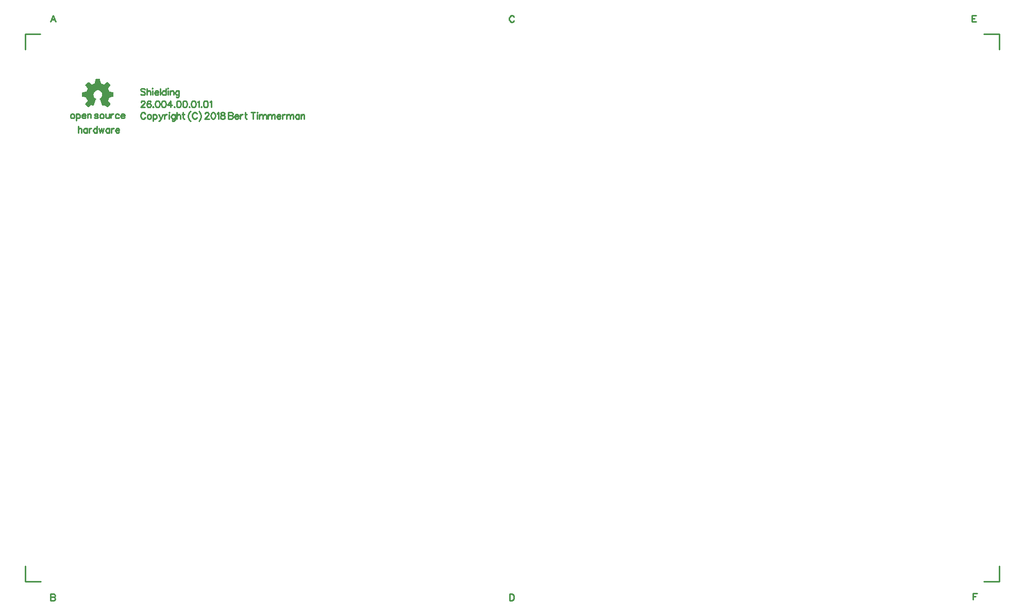
<source format=gto>
G04 start of page 8 for group -4079 idx -4079 *
G04 Title: 26.004.00.01.01.pcb, topsilk *
G04 Creator: pcb 4.1.2 *
G04 CreationDate: Fri Aug 10 20:06:23 2018 UTC *
G04 For: bert *
G04 Format: Gerber/RS-274X *
G04 PCB-Dimensions (mil): 6692.91 3937.01 *
G04 PCB-Coordinate-Origin: lower left *
%MOIN*%
%FSLAX25Y25*%
%LNGTO*%
%ADD24C,0.0098*%
%ADD23C,0.0100*%
%ADD22C,0.0001*%
G54D22*G36*
X65414Y344981D02*X67991D01*
X68074Y344949D01*
X68121Y344873D01*
X68170Y344634D01*
X68214Y344412D01*
X68605Y342280D01*
X68652Y342192D01*
X68735Y342134D01*
X68838Y342090D01*
X69628Y341819D01*
X70378Y341461D01*
X70384D01*
X70471Y341423D01*
X70568Y341409D01*
X70666Y341440D01*
X72439Y342659D01*
X72630Y342784D01*
X72831Y342920D01*
X72917Y342945D01*
X72999Y342909D01*
X73330Y342579D01*
X73834Y342079D01*
X73992Y341916D01*
X74491Y341418D01*
X74653Y341261D01*
X74821Y341087D01*
X74860Y341002D01*
X74838Y340913D01*
X74702Y340712D01*
X74573Y340522D01*
X73384Y338786D01*
X73352Y338694D01*
X73367Y338597D01*
X73412Y338498D01*
X74095Y336892D01*
X74132Y336801D01*
X74195Y336723D01*
X74285Y336676D01*
X76324Y336295D01*
X76548Y336252D01*
X76791Y336209D01*
X76866Y336162D01*
X76895Y336079D01*
Y333502D01*
X76866Y333413D01*
X76791Y333366D01*
X76548Y333323D01*
X76324Y333280D01*
X74345Y332911D01*
X74257Y332863D01*
X74203Y332780D01*
X74175Y332720D01*
Y332709D01*
X73460Y330936D01*
X73455Y330924D01*
X73438Y330881D01*
X73421Y330780D01*
X73449Y330686D01*
X74578Y329054D01*
X74702Y328863D01*
X74843Y328662D01*
X74862Y328576D01*
X74821Y328494D01*
X74653Y328315D01*
X74491Y328158D01*
X73173Y326840D01*
X72999Y326672D01*
X72917Y326631D01*
X72831Y326649D01*
X72630Y326791D01*
X72439Y326915D01*
X70845Y328012D01*
X70746Y328041D01*
X70649Y328022D01*
X70318Y327838D01*
X70124Y327729D01*
X69777Y327551D01*
X69692Y327545D01*
X69630Y327605D01*
X69484Y327962D01*
X69396Y328169D01*
X68013Y331527D01*
X67925Y331733D01*
X67828Y331966D01*
X67824Y332061D01*
X67877Y332134D01*
X68100Y332265D01*
X68241Y332373D01*
X68777Y332819D01*
X69192Y333383D01*
X69459Y334042D01*
X69553Y334772D01*
X69495Y335347D01*
X69330Y335881D01*
X69067Y336366D01*
X68718Y336788D01*
X68298Y337137D01*
X67814Y337401D01*
X67280Y337566D01*
X66706Y337624D01*
X66131Y337566D01*
X65596Y337401D01*
X65113Y337137D01*
X64691Y336788D01*
X64343Y336366D01*
X64081Y335881D01*
X63916Y335347D01*
X63857Y334772D01*
X63950Y334042D01*
X64217Y333383D01*
X64631Y332819D01*
X65170Y332373D01*
X65306Y332265D01*
X65528Y332134D01*
X65582Y332061D01*
X65577Y331966D01*
X65480Y331733D01*
X65392Y331527D01*
X64009Y328169D01*
X63923Y327962D01*
X63775Y327605D01*
X63714Y327545D01*
X63630Y327551D01*
X63288Y327729D01*
X63087Y327838D01*
X62756Y328022D01*
X62657Y328041D01*
X62560Y328012D01*
X60966Y326915D01*
X60781Y326791D01*
X60575Y326649D01*
X60488Y326631D01*
X60406Y326672D01*
X60232Y326840D01*
X60075Y327002D01*
X59577Y327501D01*
X59414Y327659D01*
X58914Y328158D01*
X58752Y328315D01*
X58584Y328494D01*
X58545Y328576D01*
X58567Y328662D01*
X58703Y328863D01*
X58834Y329054D01*
X59956Y330686D01*
X59984Y330780D01*
X59967Y330881D01*
X59945Y330941D01*
X59235Y332715D01*
X59202Y332780D01*
X59148Y332863D01*
X59062Y332911D01*
X57081Y333280D01*
X56859Y333323D01*
X56620Y333366D01*
X56541Y333416D01*
X56512Y333502D01*
Y336079D01*
X56541Y336162D01*
X56620Y336209D01*
X56859Y336258D01*
X57081Y336295D01*
X59121Y336676D01*
X59210Y336723D01*
X59273Y336806D01*
X59310Y336892D01*
X59999Y338498D01*
X60038Y338597D01*
X60055Y338694D01*
X60027Y338786D01*
X58834Y340527D01*
X58703Y340712D01*
X58567Y340913D01*
X58545Y341002D01*
X58584Y341087D01*
X58752Y341261D01*
X58914Y341418D01*
X60406Y342909D01*
X60488Y342945D01*
X60575Y342926D01*
X60781Y342790D01*
X60966Y342659D01*
X62739Y341440D01*
X62837Y341411D01*
X62935Y341429D01*
X63021Y341461D01*
X63032Y341466D01*
X63778Y341820D01*
X64568Y342095D01*
X64671Y342134D01*
X64755Y342192D01*
X64800Y342280D01*
X65198Y344412D01*
X65235Y344634D01*
X65284Y344873D01*
X65331Y344949D01*
X65414Y344981D01*
G37*
G54D23*X649606Y19685D02*X639764D01*
X649606D02*Y29528D01*
X29528Y374016D02*X19685D01*
Y364173D01*
G54D24*X49937Y322367D02*X49537Y322167D01*
X49137Y321767D01*
X48937Y321167D01*
Y320767D01*
X49137Y320167D01*
X49537Y319767D01*
X49937Y319567D01*
X50537D01*
X50937Y319767D01*
X51337Y320167D01*
X51537Y320767D01*
Y321167D02*Y320767D01*
Y321167D02*X51337Y321767D01*
X50937Y322167D01*
X50537Y322367D01*
X49937D02*X50537D01*
X52737D02*Y318167D01*
Y321767D02*X53137Y322167D01*
X53537Y322367D01*
X54137D01*
X54537Y322167D01*
X54937Y321767D01*
X55137Y321167D01*
Y320767D01*
X54937Y320167D01*
X54537Y319767D01*
X54137Y319567D01*
X53537D02*X54137D01*
X53537D02*X53137Y319767D01*
X52737Y320167D01*
X56337Y321167D02*X58737D01*
Y321567D02*Y321167D01*
Y321567D02*X58537Y321967D01*
X58337Y322167D01*
X57937Y322367D01*
X57337D02*X57937D01*
X57337D02*X56937Y322167D01*
X56537Y321767D01*
X56337Y321167D01*
Y320767D01*
X56537Y320167D01*
X56937Y319767D01*
X57337Y319567D01*
X57937D01*
X58337Y319767D01*
X58737Y320167D01*
X59937Y322367D02*Y319567D01*
Y321567D02*X60537Y322167D01*
X60937Y322367D01*
X61537D01*
X61937Y322167D01*
X62137Y321567D01*
Y319567D01*
X66737Y321767D02*X66537Y322167D01*
X65937Y322367D01*
X65337D02*X65937D01*
X65337D02*X64737Y322167D01*
X64537Y321767D01*
X64737Y321367D01*
X65137Y321167D01*
X66137Y320967D01*
X66537Y320767D01*
X66737Y320367D01*
Y320167D01*
X66537Y319767D01*
X65937Y319567D01*
X65337D02*X65937D01*
X65337D02*X64737Y319767D01*
X64537Y320167D01*
X68937Y322367D02*X68537Y322167D01*
X68137Y321767D01*
X67937Y321167D01*
Y320767D01*
X68137Y320167D01*
X68537Y319767D01*
X68937Y319567D01*
X69537D01*
X69937Y319767D01*
X70337Y320167D01*
X70537Y320767D01*
Y321167D02*Y320767D01*
Y321167D02*X70337Y321767D01*
X69937Y322167D01*
X69537Y322367D01*
X68937D02*X69537D01*
X71737D02*Y320367D01*
X71937Y319767D01*
X72337Y319567D01*
X72937D01*
X73337Y319767D01*
X73937Y320367D01*
Y322367D02*Y319567D01*
X75137Y322367D02*Y319567D01*
Y321167D02*X75337Y321767D01*
X75737Y322167D01*
X76137Y322367D01*
X76737D01*
X80337Y321767D02*X79937Y322167D01*
X79537Y322367D01*
X78937D02*X79537D01*
X78937D02*X78537Y322167D01*
X78137Y321767D01*
X77937Y321167D01*
Y320767D01*
X78137Y320167D01*
X78537Y319767D01*
X78937Y319567D01*
X79537D01*
X79937Y319767D01*
X80337Y320167D01*
X81537Y321167D02*X83937D01*
Y321567D02*Y321167D01*
Y321567D02*X83737Y321967D01*
X83537Y322167D01*
X83137Y322367D01*
X82537D02*X83137D01*
X82537D02*X82137Y322167D01*
X81737Y321767D01*
X81537Y321167D01*
Y320767D01*
X81737Y320167D01*
X82137Y319767D01*
X82537Y319567D01*
X83137D01*
X83537Y319767D01*
X83937Y320167D01*
X53937Y314267D02*Y310067D01*
Y312067D02*X54537Y312667D01*
X54937Y312867D01*
X55537D01*
X55937Y312667D01*
X56137Y312067D01*
Y310067D01*
X59737Y312867D02*Y310067D01*
Y312267D02*X59337Y312667D01*
X58937Y312867D01*
X58337D02*X58937D01*
X58337D02*X57937Y312667D01*
X57537Y312267D01*
X57337Y311667D01*
Y311267D01*
X57537Y310667D01*
X57937Y310267D01*
X58337Y310067D01*
X58937D01*
X59337Y310267D01*
X59737Y310667D01*
X60937Y312867D02*Y310067D01*
Y311667D02*X61137Y312267D01*
X61537Y312667D01*
X61937Y312867D01*
X62537D01*
X66137Y314267D02*Y310067D01*
Y312267D02*X65737Y312667D01*
X65337Y312867D01*
X64737D02*X65337D01*
X64737D02*X64337Y312667D01*
X63937Y312267D01*
X63737Y311667D01*
Y311267D01*
X63937Y310667D01*
X64337Y310267D01*
X64737Y310067D01*
X65337D01*
X65737Y310267D01*
X66137Y310667D01*
X67337Y312867D02*X68137Y310067D01*
X68937Y312867D02*X68137Y310067D01*
X68937Y312867D02*X69737Y310067D01*
X70537Y312867D02*X69737Y310067D01*
X74137Y312867D02*Y310067D01*
Y312267D02*X73737Y312667D01*
X73337Y312867D01*
X72737D02*X73337D01*
X72737D02*X72337Y312667D01*
X71937Y312267D01*
X71737Y311667D01*
Y311267D01*
X71937Y310667D01*
X72337Y310267D01*
X72737Y310067D01*
X73337D01*
X73737Y310267D01*
X74137Y310667D01*
X75337Y312867D02*Y310067D01*
Y311667D02*X75537Y312267D01*
X75937Y312667D01*
X76337Y312867D01*
X76937D01*
X78137Y311667D02*X80537D01*
Y312067D02*Y311667D01*
Y312067D02*X80337Y312467D01*
X80137Y312667D01*
X79737Y312867D01*
X79137D02*X79737D01*
X79137D02*X78737Y312667D01*
X78337Y312267D01*
X78137Y311667D01*
Y311267D01*
X78337Y310667D01*
X78737Y310267D01*
X79137Y310067D01*
X79737D01*
X80137Y310267D01*
X80537Y310667D01*
X97237Y338167D02*X96837Y338567D01*
X96237Y338767D01*
X95437D02*X96237D01*
X95437D02*X94837Y338567D01*
X94437Y338167D01*
Y337767D01*
X94637Y337367D01*
X94837Y337167D01*
X95237Y336967D01*
X96437Y336567D01*
X96837Y336367D01*
X97037Y336167D01*
X97237Y335767D01*
Y335167D01*
X96837Y334767D01*
X96237Y334567D01*
X95437D02*X96237D01*
X95437D02*X94837Y334767D01*
X94437Y335167D01*
X98437Y338767D02*Y334567D01*
Y336567D02*X99037Y337167D01*
X99437Y337367D01*
X100037D01*
X100437Y337167D01*
X100637Y336567D01*
Y334567D01*
X101837Y338767D02*X102037Y338567D01*
X102237Y338767D01*
X102037Y338967D01*
X101837Y338767D01*
X102037Y337367D02*Y334567D01*
X103437Y336167D02*X105837D01*
Y336567D02*Y336167D01*
Y336567D02*X105637Y336967D01*
X105437Y337167D01*
X105037Y337367D01*
X104437D02*X105037D01*
X104437D02*X104037Y337167D01*
X103637Y336767D01*
X103437Y336167D01*
Y335767D01*
X103637Y335167D01*
X104037Y334767D01*
X104437Y334567D01*
X105037D01*
X105437Y334767D01*
X105837Y335167D01*
X107037Y338767D02*Y334567D01*
X110637Y338767D02*Y334567D01*
Y336767D02*X110237Y337167D01*
X109837Y337367D01*
X109237D02*X109837D01*
X109237D02*X108837Y337167D01*
X108437Y336767D01*
X108237Y336167D01*
Y335767D01*
X108437Y335167D01*
X108837Y334767D01*
X109237Y334567D01*
X109837D01*
X110237Y334767D01*
X110637Y335167D01*
X111837Y338767D02*X112037Y338567D01*
X112237Y338767D01*
X112037Y338967D01*
X111837Y338767D01*
X112037Y337367D02*Y334567D01*
X113437Y337367D02*Y334567D01*
Y336567D02*X114037Y337167D01*
X114437Y337367D01*
X115037D01*
X115437Y337167D01*
X115637Y336567D01*
Y334567D01*
X119237Y337367D02*Y334167D01*
X119037Y333567D01*
X118837Y333367D01*
X118437Y333167D01*
X117837D02*X118437D01*
X117837D02*X117437Y333367D01*
X119237Y336767D02*X118837Y337167D01*
X118437Y337367D01*
X117837D02*X118437D01*
X117837D02*X117437Y337167D01*
X117037Y336767D01*
X116837Y336167D01*
Y335767D01*
X117037Y335167D01*
X117437Y334767D01*
X117837Y334567D01*
X118437D01*
X118837Y334767D01*
X119237Y335167D01*
X97437Y322267D02*X97237Y322667D01*
X96837Y323067D01*
X96437Y323267D01*
X95637D02*X96437D01*
X95637D02*X95237Y323067D01*
X94837Y322667D01*
X94637Y322267D01*
X94437Y321667D01*
Y320667D01*
X94637Y320067D01*
X94837Y319667D01*
X95237Y319267D01*
X95637Y319067D01*
X96437D01*
X96837Y319267D01*
X97237Y319667D01*
X97437Y320067D01*
X99637Y321867D02*X99237Y321667D01*
X98837Y321267D01*
X98637Y320667D01*
Y320267D01*
X98837Y319667D01*
X99237Y319267D01*
X99637Y319067D01*
X100237D01*
X100637Y319267D01*
X101037Y319667D01*
X101237Y320267D01*
Y320667D02*Y320267D01*
Y320667D02*X101037Y321267D01*
X100637Y321667D01*
X100237Y321867D01*
X99637D02*X100237D01*
X102437D02*Y317667D01*
Y321267D02*X102837Y321667D01*
X103237Y321867D01*
X103837D01*
X104237Y321667D01*
X104637Y321267D01*
X104837Y320667D01*
Y320267D01*
X104637Y319667D01*
X104237Y319267D01*
X103837Y319067D01*
X103237D02*X103837D01*
X103237D02*X102837Y319267D01*
X102437Y319667D01*
X106237Y321867D02*X107437Y319067D01*
X108637Y321867D02*X107437Y319067D01*
X107037Y318267D01*
X106637Y317867D01*
X106237Y317667D01*
X106037D02*X106237D01*
X109837Y321867D02*Y319067D01*
Y320667D02*X110037Y321267D01*
X110437Y321667D01*
X110837Y321867D01*
X111437D01*
X112637Y323267D02*X112837Y323067D01*
X113037Y323267D01*
X112837Y323467D01*
X112637Y323267D01*
X112837Y321867D02*Y319067D01*
X116637Y321867D02*Y318667D01*
X116437Y318067D01*
X116237Y317867D01*
X115837Y317667D01*
X115237D02*X115837D01*
X115237D02*X114837Y317867D01*
X116637Y321267D02*X116237Y321667D01*
X115837Y321867D01*
X115237D02*X115837D01*
X115237D02*X114837Y321667D01*
X114437Y321267D01*
X114237Y320667D01*
Y320267D01*
X114437Y319667D01*
X114837Y319267D01*
X115237Y319067D01*
X115837D01*
X116237Y319267D01*
X116637Y319667D01*
X117837Y323267D02*Y319067D01*
Y321067D02*X118437Y321667D01*
X118837Y321867D01*
X119437D01*
X119837Y321667D01*
X120037Y321067D01*
Y319067D01*
X121837Y323267D02*Y319867D01*
X122037Y319267D01*
X122437Y319067D01*
X122837D01*
X121237Y321867D02*X122637D01*
X126637Y324067D02*X126237Y323667D01*
X125837Y323067D01*
X125437Y322267D01*
X125237Y321267D01*
Y320467D01*
X125437Y319467D01*
X125837Y318667D01*
X126237Y318067D01*
X126637Y317667D01*
X130837Y322267D02*X130637Y322667D01*
X130237Y323067D01*
X129837Y323267D01*
X129037D02*X129837D01*
X129037D02*X128637Y323067D01*
X128237Y322667D01*
X128037Y322267D01*
X127837Y321667D01*
Y320667D01*
X128037Y320067D01*
X128237Y319667D01*
X128637Y319267D01*
X129037Y319067D01*
X129837D01*
X130237Y319267D01*
X130637Y319667D01*
X130837Y320067D01*
X132037Y324067D02*X132437Y323667D01*
X132837Y323067D01*
X133237Y322267D01*
X133437Y321267D01*
Y320467D01*
X133237Y319467D01*
X132837Y318667D01*
X132437Y318067D01*
X132037Y317667D01*
X136037Y322467D02*Y322267D01*
Y322467D02*X136237Y322867D01*
X136437Y323067D01*
X136837Y323267D01*
X137637D01*
X138037Y323067D01*
X138237Y322867D01*
X138437Y322467D01*
Y322067D01*
X138237Y321667D01*
X137837Y321067D01*
X135837Y319067D01*
X138637D01*
X141037Y323267D02*X140437Y323067D01*
X140037Y322467D01*
X139837Y321467D01*
Y320867D01*
X140037Y319867D01*
X140437Y319267D01*
X141037Y319067D01*
X141437D01*
X142037Y319267D01*
X142437Y319867D01*
X142637Y320867D01*
Y321467D02*Y320867D01*
Y321467D02*X142437Y322467D01*
X142037Y323067D01*
X141437Y323267D01*
X141037D02*X141437D01*
X143837Y322467D02*X144237Y322667D01*
X144837Y323267D01*
Y319067D01*
X147037Y323267D02*X146437Y323067D01*
X146237Y322667D01*
Y322267D01*
X146437Y321867D01*
X146837Y321667D01*
X147637Y321467D01*
X148237Y321267D01*
X148637Y320867D01*
X148837Y320467D01*
Y319867D01*
X148637Y319467D01*
X148437Y319267D01*
X147837Y319067D01*
X147037D02*X147837D01*
X147037D02*X146437Y319267D01*
X146237Y319467D01*
X146037Y319867D01*
Y320467D02*Y319867D01*
Y320467D02*X146237Y320867D01*
X146637Y321267D01*
X147237Y321467D01*
X148037Y321667D01*
X148437Y321867D01*
X148637Y322267D01*
Y322667D02*Y322267D01*
Y322667D02*X148437Y323067D01*
X147837Y323267D01*
X147037D02*X147837D01*
X151237D02*Y319067D01*
Y323267D02*X153037D01*
X153637Y323067D01*
X153837Y322867D01*
X154037Y322467D01*
Y322067D01*
X153837Y321667D01*
X153637Y321467D01*
X153037Y321267D01*
X151237D02*X153037D01*
X153637Y321067D01*
X153837Y320867D01*
X154037Y320467D01*
Y319867D01*
X153837Y319467D01*
X153637Y319267D01*
X153037Y319067D01*
X151237D02*X153037D01*
X155237Y320667D02*X157637D01*
Y321067D02*Y320667D01*
Y321067D02*X157437Y321467D01*
X157237Y321667D01*
X156837Y321867D01*
X156237D02*X156837D01*
X156237D02*X155837Y321667D01*
X155437Y321267D01*
X155237Y320667D01*
Y320267D01*
X155437Y319667D01*
X155837Y319267D01*
X156237Y319067D01*
X156837D01*
X157237Y319267D01*
X157637Y319667D01*
X158837Y321867D02*Y319067D01*
Y320667D02*X159037Y321267D01*
X159437Y321667D01*
X159837Y321867D01*
X160437D01*
X162237Y323267D02*Y319867D01*
X162437Y319267D01*
X162837Y319067D01*
X163237D01*
X161637Y321867D02*X163037D01*
X167037Y323267D02*Y319067D01*
X165637Y323267D02*X168437D01*
X169637D02*X169837Y323067D01*
X170037Y323267D01*
X169837Y323467D01*
X169637Y323267D01*
X169837Y321867D02*Y319067D01*
X171237Y321867D02*Y319067D01*
Y321067D02*X171837Y321667D01*
X172237Y321867D01*
X172837D01*
X173237Y321667D01*
X173437Y321067D01*
Y319067D01*
Y321067D02*X174037Y321667D01*
X174437Y321867D01*
X175037D01*
X175437Y321667D01*
X175637Y321067D01*
Y319067D01*
X176837Y321867D02*Y319067D01*
Y321067D02*X177437Y321667D01*
X177837Y321867D01*
X178437D01*
X178837Y321667D01*
X179037Y321067D01*
Y319067D01*
Y321067D02*X179637Y321667D01*
X180037Y321867D01*
X180637D01*
X181037Y321667D01*
X181237Y321067D01*
Y319067D01*
X182437Y320667D02*X184837D01*
Y321067D02*Y320667D01*
Y321067D02*X184637Y321467D01*
X184437Y321667D01*
X184037Y321867D01*
X183437D02*X184037D01*
X183437D02*X183037Y321667D01*
X182637Y321267D01*
X182437Y320667D01*
Y320267D01*
X182637Y319667D01*
X183037Y319267D01*
X183437Y319067D01*
X184037D01*
X184437Y319267D01*
X184837Y319667D01*
X186037Y321867D02*Y319067D01*
Y320667D02*X186237Y321267D01*
X186637Y321667D01*
X187037Y321867D01*
X187637D01*
X188837D02*Y319067D01*
Y321067D02*X189437Y321667D01*
X189837Y321867D01*
X190437D01*
X190837Y321667D01*
X191037Y321067D01*
Y319067D01*
Y321067D02*X191637Y321667D01*
X192037Y321867D01*
X192637D01*
X193037Y321667D01*
X193237Y321067D01*
Y319067D01*
X196837Y321867D02*Y319067D01*
Y321267D02*X196437Y321667D01*
X196037Y321867D01*
X195437D02*X196037D01*
X195437D02*X195037Y321667D01*
X194637Y321267D01*
X194437Y320667D01*
Y320267D01*
X194637Y319667D01*
X195037Y319267D01*
X195437Y319067D01*
X196037D01*
X196437Y319267D01*
X196837Y319667D01*
X198037Y321867D02*Y319067D01*
Y321067D02*X198637Y321667D01*
X199037Y321867D01*
X199637D01*
X200037Y321667D01*
X200237Y321067D01*
Y319067D01*
X94637Y329967D02*Y329767D01*
Y329967D02*X94837Y330367D01*
X95037Y330567D01*
X95437Y330767D01*
X96237D01*
X96637Y330567D01*
X96837Y330367D01*
X97037Y329967D01*
Y329567D01*
X96837Y329167D01*
X96437Y328567D01*
X94437Y326567D01*
X97237D01*
X100837Y330167D02*X100637Y330567D01*
X100037Y330767D01*
X99637D02*X100037D01*
X99637D02*X99037Y330567D01*
X98637Y329967D01*
X98437Y328967D01*
Y327967D01*
X98637Y327167D01*
X99037Y326767D01*
X99637Y326567D01*
X99837D01*
X100437Y326767D01*
X100837Y327167D01*
X101037Y327767D01*
Y327967D02*Y327767D01*
Y327967D02*X100837Y328567D01*
X100437Y328967D01*
X99837Y329167D01*
X99637D02*X99837D01*
X99637D02*X99037Y328967D01*
X98637Y328567D01*
X98437Y327967D01*
X102437Y326967D02*X102237Y326767D01*
X102437Y326567D01*
X102637Y326767D01*
X102437Y326967D01*
X105037Y330767D02*X104437Y330567D01*
X104037Y329967D01*
X103837Y328967D01*
Y328367D01*
X104037Y327367D01*
X104437Y326767D01*
X105037Y326567D01*
X105437D01*
X106037Y326767D01*
X106437Y327367D01*
X106637Y328367D01*
Y328967D02*Y328367D01*
Y328967D02*X106437Y329967D01*
X106037Y330567D01*
X105437Y330767D01*
X105037D02*X105437D01*
X109037D02*X108437Y330567D01*
X108037Y329967D01*
X107837Y328967D01*
Y328367D01*
X108037Y327367D01*
X108437Y326767D01*
X109037Y326567D01*
X109437D01*
X110037Y326767D01*
X110437Y327367D01*
X110637Y328367D01*
Y328967D02*Y328367D01*
Y328967D02*X110437Y329967D01*
X110037Y330567D01*
X109437Y330767D01*
X109037D02*X109437D01*
X113837D02*X111837Y327967D01*
X114837D01*
X113837Y330767D02*Y326567D01*
X116237Y326967D02*X116037Y326767D01*
X116237Y326567D01*
X116437Y326767D01*
X116237Y326967D01*
X118837Y330767D02*X118237Y330567D01*
X117837Y329967D01*
X117637Y328967D01*
Y328367D01*
X117837Y327367D01*
X118237Y326767D01*
X118837Y326567D01*
X119237D01*
X119837Y326767D01*
X120237Y327367D01*
X120437Y328367D01*
Y328967D02*Y328367D01*
Y328967D02*X120237Y329967D01*
X119837Y330567D01*
X119237Y330767D01*
X118837D02*X119237D01*
X122837D02*X122237Y330567D01*
X121837Y329967D01*
X121637Y328967D01*
Y328367D01*
X121837Y327367D01*
X122237Y326767D01*
X122837Y326567D01*
X123237D01*
X123837Y326767D01*
X124237Y327367D01*
X124437Y328367D01*
Y328967D02*Y328367D01*
Y328967D02*X124237Y329967D01*
X123837Y330567D01*
X123237Y330767D01*
X122837D02*X123237D01*
X125837Y326967D02*X125637Y326767D01*
X125837Y326567D01*
X126037Y326767D01*
X125837Y326967D01*
X128437Y330767D02*X127837Y330567D01*
X127437Y329967D01*
X127237Y328967D01*
Y328367D01*
X127437Y327367D01*
X127837Y326767D01*
X128437Y326567D01*
X128837D01*
X129437Y326767D01*
X129837Y327367D01*
X130037Y328367D01*
Y328967D02*Y328367D01*
Y328967D02*X129837Y329967D01*
X129437Y330567D01*
X128837Y330767D01*
X128437D02*X128837D01*
X131237Y329967D02*X131637Y330167D01*
X132237Y330767D01*
Y326567D01*
X133637Y326967D02*X133437Y326767D01*
X133637Y326567D01*
X133837Y326767D01*
X133637Y326967D01*
X136237Y330767D02*X135637Y330567D01*
X135237Y329967D01*
X135037Y328967D01*
Y328367D01*
X135237Y327367D01*
X135637Y326767D01*
X136237Y326567D01*
X136637D01*
X137237Y326767D01*
X137637Y327367D01*
X137837Y328367D01*
Y328967D02*Y328367D01*
Y328967D02*X137637Y329967D01*
X137237Y330567D01*
X136637Y330767D01*
X136237D02*X136637D01*
X139037Y329967D02*X139437Y330167D01*
X140037Y330767D01*
Y326567D01*
G54D23*X19685Y19685D02*Y29685D01*
Y19685D02*X29685D01*
X649606Y374016D02*Y364016D01*
Y374016D02*X639606D01*
G54D24*X332992Y11700D02*Y7500D01*
Y11700D02*X334392D01*
X334992Y11500D01*
X335392Y11100D01*
X335592Y10700D01*
X335792Y10100D01*
Y9100D01*
X335592Y8500D01*
X335392Y8100D01*
X334992Y7700D01*
X334392Y7500D01*
X332992D02*X334392D01*
X632697Y12074D02*Y7874D01*
Y12074D02*X635297D01*
X632697Y10074D02*X634297D01*
X36181Y11543D02*Y7343D01*
Y11543D02*X37981D01*
X38581Y11343D01*
X38781Y11143D01*
X38981Y10743D01*
Y10343D01*
X38781Y9943D01*
X38581Y9743D01*
X37981Y9543D01*
X36181D02*X37981D01*
X38581Y9343D01*
X38781Y9143D01*
X38981Y8743D01*
Y8143D01*
X38781Y7743D01*
X38581Y7543D01*
X37981Y7343D01*
X36181D02*X37981D01*
X335894Y384932D02*X335694Y385332D01*
X335294Y385732D01*
X334894Y385932D01*
X334094D02*X334894D01*
X334094D02*X333694Y385732D01*
X333294Y385332D01*
X333094Y384932D01*
X332894Y384332D01*
Y383332D01*
X333094Y382732D01*
X333294Y382332D01*
X333694Y381932D01*
X334094Y381732D01*
X334894D01*
X335294Y381932D01*
X335694Y382332D01*
X335894Y382732D01*
X632106Y386090D02*Y381890D01*
Y386090D02*X634706D01*
X632106Y384090D02*X633706D01*
X632106Y381890D02*X634706D01*
X37781Y386090D02*X36181Y381890D01*
X37781Y386090D02*X39381Y381890D01*
X36781Y383290D02*X38781D01*
M02*

</source>
